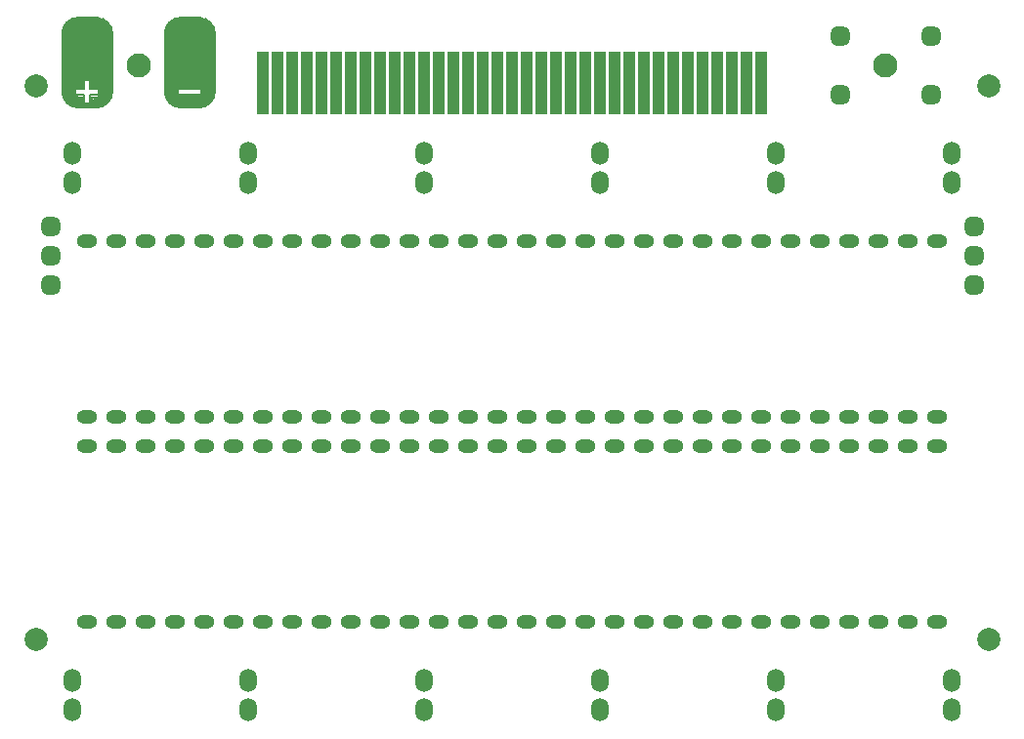
<source format=gbs>
G04 #@! TF.GenerationSoftware,KiCad,Pcbnew,7.0.7*
G04 #@! TF.CreationDate,2024-02-09T16:10:55-08:00*
G04 #@! TF.ProjectId,JumperLuxRev2Breadboard,4a756d70-6572-44c7-9578-526576324272,rev?*
G04 #@! TF.SameCoordinates,Original*
G04 #@! TF.FileFunction,Soldermask,Bot*
G04 #@! TF.FilePolarity,Negative*
%FSLAX46Y46*%
G04 Gerber Fmt 4.6, Leading zero omitted, Abs format (unit mm)*
G04 Created by KiCad (PCBNEW 7.0.7) date 2024-02-09 16:10:55*
%MOMM*%
%LPD*%
G01*
G04 APERTURE LIST*
G04 Aperture macros list*
%AMRoundRect*
0 Rectangle with rounded corners*
0 $1 Rounding radius*
0 $2 $3 $4 $5 $6 $7 $8 $9 X,Y pos of 4 corners*
0 Add a 4 corners polygon primitive as box body*
4,1,4,$2,$3,$4,$5,$6,$7,$8,$9,$2,$3,0*
0 Add four circle primitives for the rounded corners*
1,1,$1+$1,$2,$3*
1,1,$1+$1,$4,$5*
1,1,$1+$1,$6,$7*
1,1,$1+$1,$8,$9*
0 Add four rect primitives between the rounded corners*
20,1,$1+$1,$2,$3,$4,$5,0*
20,1,$1+$1,$4,$5,$6,$7,0*
20,1,$1+$1,$6,$7,$8,$9,0*
20,1,$1+$1,$8,$9,$2,$3,0*%
G04 Aperture macros list end*
%ADD10C,0.300000*%
%ADD11C,0.200000*%
%ADD12C,0.120000*%
%ADD13C,0.010000*%
%ADD14RoundRect,0.595000X0.255000X-0.255000X0.255000X0.255000X-0.255000X0.255000X-0.255000X-0.255000X0*%
%ADD15C,4.000000*%
%ADD16C,2.000000*%
%ADD17RoundRect,0.595000X-0.255000X-0.255000X0.255000X-0.255000X0.255000X0.255000X-0.255000X0.255000X0*%
%ADD18RoundRect,0.100000X-0.400000X-2.650000X0.400000X-2.650000X0.400000X2.650000X-0.400000X2.650000X0*%
%ADD19C,2.100000*%
%ADD20O,1.800000X1.200000*%
%ADD21O,1.500000X2.000000*%
G04 APERTURE END LIST*
D10*
G04 #@! TO.C,TP24*
X64593587Y-125476000D02*
X64593587Y-130556000D01*
D11*
X65609586Y-130302000D02*
X65609586Y-130810000D01*
D10*
X65863587Y-131826000D02*
X67486414Y-131826000D01*
D11*
X66371586Y-129540000D02*
X66371586Y-130302000D01*
X66371586Y-129540000D02*
X66879586Y-129540000D01*
X66371586Y-130302000D02*
X65711186Y-130302000D01*
X66371586Y-130810000D02*
X65660386Y-130810000D01*
X66371586Y-131572000D02*
X66371586Y-130810000D01*
X66879586Y-129540000D02*
X66879586Y-130302000D01*
X66879586Y-130302000D02*
X67641586Y-130302000D01*
X66879586Y-130810000D02*
X66879586Y-131572000D01*
X66879586Y-131572000D02*
X66371586Y-131572000D01*
D10*
X67486414Y-124206000D02*
X65863587Y-124206000D01*
D11*
X67641586Y-130302000D02*
X67641586Y-130810000D01*
X67641586Y-130810000D02*
X66879586Y-130810000D01*
D10*
X68756414Y-125476000D02*
X68756414Y-130556000D01*
X65863587Y-124206000D02*
G75*
G03*
X64593587Y-125476000I-1J-1269999D01*
G01*
X64593587Y-130556000D02*
G75*
G03*
X65863587Y-131826000I1269999J-1D01*
G01*
X68756416Y-125476000D02*
G75*
G03*
X67486414Y-124206000I-1270000J0D01*
G01*
X67486414Y-131826000D02*
G75*
G03*
X68756414Y-130556000I-2J1270002D01*
G01*
D12*
X66244586Y-130175000D02*
X65609586Y-130175000D01*
X66244586Y-129667000D01*
X66244586Y-130175000D01*
G36*
X66244586Y-130175000D02*
G01*
X65609586Y-130175000D01*
X66244586Y-129667000D01*
X66244586Y-130175000D01*
G37*
X67768586Y-130175000D02*
X67006586Y-130175000D01*
X67006586Y-129667000D01*
X67768586Y-130175000D01*
G36*
X67768586Y-130175000D02*
G01*
X67006586Y-130175000D01*
X67006586Y-129667000D01*
X67768586Y-130175000D01*
G37*
X67006586Y-131318000D02*
X67006586Y-130937000D01*
X67514586Y-130937000D01*
X67006586Y-131318000D01*
G36*
X67006586Y-131318000D02*
G01*
X67006586Y-130937000D01*
X67514586Y-130937000D01*
X67006586Y-131318000D01*
G37*
X65863586Y-130937000D02*
X66244586Y-130937000D01*
X66244586Y-131572000D01*
X65609587Y-130810000D01*
X65863586Y-130937000D01*
G36*
X65863586Y-130937000D02*
G01*
X66244586Y-130937000D01*
X66244586Y-131572000D01*
X65609587Y-130810000D01*
X65863586Y-130937000D01*
G37*
D13*
X66879587Y-124714000D02*
X66117587Y-124714000D01*
X65101587Y-125730000D01*
X65101587Y-127254000D01*
X66117587Y-128270000D01*
X66879587Y-128270000D01*
X66879587Y-129540000D01*
X66371586Y-129540000D01*
X65609587Y-130302000D01*
X65609587Y-130810000D01*
X66498586Y-131699000D01*
X66879587Y-131699000D01*
X66879587Y-131826000D01*
X65863587Y-131826000D01*
X64965561Y-131454026D01*
X64593587Y-130556000D01*
X64593587Y-125476000D01*
X64965561Y-124577974D01*
X65863587Y-124206000D01*
X66879587Y-124206000D01*
X66879587Y-124714000D01*
G36*
X66879587Y-124714000D02*
G01*
X66117587Y-124714000D01*
X65101587Y-125730000D01*
X65101587Y-127254000D01*
X66117587Y-128270000D01*
X66879587Y-128270000D01*
X66879587Y-129540000D01*
X66371586Y-129540000D01*
X65609587Y-130302000D01*
X65609587Y-130810000D01*
X66498586Y-131699000D01*
X66879587Y-131699000D01*
X66879587Y-131826000D01*
X65863587Y-131826000D01*
X64965561Y-131454026D01*
X64593587Y-130556000D01*
X64593587Y-125476000D01*
X64965561Y-124577974D01*
X65863587Y-124206000D01*
X66879587Y-124206000D01*
X66879587Y-124714000D01*
G37*
X68384440Y-124577974D02*
X68756414Y-125476000D01*
X68756414Y-130556000D01*
X68384440Y-131454026D01*
X67486414Y-131826000D01*
X66470414Y-131826000D01*
X66470414Y-131572000D01*
X66724414Y-131572000D01*
X67740414Y-130810000D01*
X67740414Y-130302000D01*
X66724414Y-129540000D01*
X66470414Y-129540000D01*
X66470414Y-128270000D01*
X67232414Y-128270000D01*
X68248414Y-127254000D01*
X68248414Y-125730000D01*
X67232414Y-124714000D01*
X66470414Y-124714000D01*
X66470414Y-124206000D01*
X67486414Y-124206000D01*
X68384440Y-124577974D01*
G36*
X68384440Y-124577974D02*
G01*
X68756414Y-125476000D01*
X68756414Y-130556000D01*
X68384440Y-131454026D01*
X67486414Y-131826000D01*
X66470414Y-131826000D01*
X66470414Y-131572000D01*
X66724414Y-131572000D01*
X67740414Y-130810000D01*
X67740414Y-130302000D01*
X66724414Y-129540000D01*
X66470414Y-129540000D01*
X66470414Y-128270000D01*
X67232414Y-128270000D01*
X68248414Y-127254000D01*
X68248414Y-125730000D01*
X67232414Y-124714000D01*
X66470414Y-124714000D01*
X66470414Y-124206000D01*
X67486414Y-124206000D01*
X68384440Y-124577974D01*
G37*
D10*
G04 #@! TO.C,TP26*
X73483587Y-125476000D02*
X73483587Y-130556000D01*
D11*
X74499586Y-130302000D02*
X74499586Y-130810000D01*
D10*
X74753587Y-131826000D02*
X76376414Y-131826000D01*
D11*
X75261586Y-129540000D02*
X75261586Y-130302000D01*
X75261586Y-130302000D02*
X75769586Y-130302000D01*
X75261586Y-131572000D02*
X75261586Y-130810000D01*
X75363186Y-130302000D02*
X74601186Y-130302000D01*
X75515587Y-130810000D02*
X74550386Y-130810000D01*
X75769586Y-129540000D02*
X75769586Y-130302000D01*
X75769586Y-130302000D02*
X76531586Y-130302000D01*
X75769586Y-130810000D02*
X75261586Y-130810000D01*
X75769586Y-130810000D02*
X75769586Y-131572000D01*
D10*
X76376414Y-124206000D02*
X74753587Y-124206000D01*
D11*
X76531586Y-130302000D02*
X76531586Y-130810000D01*
X76531586Y-130810000D02*
X75769586Y-130810000D01*
D10*
X77646414Y-125476000D02*
X77646414Y-130556000D01*
X74753587Y-124206000D02*
G75*
G03*
X73483587Y-125476000I-1J-1269999D01*
G01*
X73483587Y-130556000D02*
G75*
G03*
X74753587Y-131826000I1269999J-1D01*
G01*
X77646416Y-125476000D02*
G75*
G03*
X76376414Y-124206000I-1270000J0D01*
G01*
X76376414Y-131826000D02*
G75*
G03*
X77646414Y-130556000I-2J1270002D01*
G01*
D13*
X75769587Y-124714000D02*
X75007587Y-124714000D01*
X73991587Y-125730000D01*
X73991587Y-127254000D01*
X75007587Y-128270000D01*
X75769587Y-128270000D01*
X75769587Y-130302000D01*
X75515587Y-130302000D01*
X74499587Y-130302000D01*
X74499587Y-130810000D01*
X75515587Y-130810000D01*
X75769587Y-130810000D01*
X75769587Y-131826000D01*
X74753587Y-131826000D01*
X73855561Y-131454026D01*
X73483587Y-130556000D01*
X73483587Y-125476000D01*
X73855561Y-124577974D01*
X74753587Y-124206000D01*
X75769587Y-124206000D01*
X75769587Y-124714000D01*
G36*
X75769587Y-124714000D02*
G01*
X75007587Y-124714000D01*
X73991587Y-125730000D01*
X73991587Y-127254000D01*
X75007587Y-128270000D01*
X75769587Y-128270000D01*
X75769587Y-130302000D01*
X75515587Y-130302000D01*
X74499587Y-130302000D01*
X74499587Y-130810000D01*
X75515587Y-130810000D01*
X75769587Y-130810000D01*
X75769587Y-131826000D01*
X74753587Y-131826000D01*
X73855561Y-131454026D01*
X73483587Y-130556000D01*
X73483587Y-125476000D01*
X73855561Y-124577974D01*
X74753587Y-124206000D01*
X75769587Y-124206000D01*
X75769587Y-124714000D01*
G37*
X77274440Y-124577974D02*
X77646414Y-125476000D01*
X77646414Y-130556000D01*
X77274440Y-131454026D01*
X76376414Y-131826000D01*
X75360414Y-131826000D01*
X75360414Y-130810000D01*
X75614414Y-130810000D01*
X76630414Y-130810000D01*
X76630414Y-130302000D01*
X75614414Y-130302000D01*
X75360414Y-130302000D01*
X75360414Y-128270000D01*
X76122414Y-128270000D01*
X77138414Y-127254000D01*
X77138414Y-125730000D01*
X76122414Y-124714000D01*
X75360414Y-124714000D01*
X75360414Y-124206000D01*
X76376414Y-124206000D01*
X77274440Y-124577974D01*
G36*
X77274440Y-124577974D02*
G01*
X77646414Y-125476000D01*
X77646414Y-130556000D01*
X77274440Y-131454026D01*
X76376414Y-131826000D01*
X75360414Y-131826000D01*
X75360414Y-130810000D01*
X75614414Y-130810000D01*
X76630414Y-130810000D01*
X76630414Y-130302000D01*
X75614414Y-130302000D01*
X75360414Y-130302000D01*
X75360414Y-128270000D01*
X76122414Y-128270000D01*
X77138414Y-127254000D01*
X77138414Y-125730000D01*
X76122414Y-124714000D01*
X75360414Y-124714000D01*
X75360414Y-124206000D01*
X76376414Y-124206000D01*
X77274440Y-124577974D01*
G37*
G04 #@! TD*
D14*
G04 #@! TO.C,TP25*
X131927600Y-125730000D03*
G04 #@! TD*
D15*
G04 #@! TO.C,TP24*
X66625586Y-126492000D03*
G04 #@! TD*
D16*
G04 #@! TO.C,*
X144780000Y-178054000D03*
G04 #@! TD*
D17*
G04 #@! TO.C,TP16*
X63500000Y-144780000D03*
G04 #@! TD*
D16*
G04 #@! TO.C,*
X62230000Y-130048000D03*
G04 #@! TD*
D18*
G04 #@! TO.C,J1*
X85725000Y-129794000D03*
X86995000Y-129794000D03*
X88265000Y-129794000D03*
X89535000Y-129794000D03*
X90805000Y-129794000D03*
X92075000Y-129794000D03*
X93345000Y-129794000D03*
X94615000Y-129794000D03*
X95885000Y-129794000D03*
X97155000Y-129794000D03*
X98425000Y-129794000D03*
X99695000Y-129794000D03*
X100965000Y-129794000D03*
X102235000Y-129794000D03*
X103505000Y-129794000D03*
X104775000Y-129794000D03*
X106045000Y-129794000D03*
X107315000Y-129794000D03*
X108585000Y-129794000D03*
X109855000Y-129794000D03*
X111125000Y-129794000D03*
X112395000Y-129794000D03*
X113665000Y-129794000D03*
X114935000Y-129794000D03*
X116205000Y-129794000D03*
X117475000Y-129794000D03*
X118745000Y-129794000D03*
X120015000Y-129794000D03*
X121285000Y-129794000D03*
X122555000Y-129794000D03*
X123825000Y-129794000D03*
X125095000Y-129794000D03*
X81915000Y-129794000D03*
X83185000Y-129794000D03*
X84455000Y-129794000D03*
G04 #@! TD*
D15*
G04 #@! TO.C,TP26*
X75515586Y-126492000D03*
G04 #@! TD*
D14*
G04 #@! TO.C,TP31*
X139801600Y-130810000D03*
G04 #@! TD*
D17*
G04 #@! TO.C,TP21*
X63500000Y-147320000D03*
G04 #@! TD*
D14*
G04 #@! TO.C,TP27*
X139801600Y-125730000D03*
G04 #@! TD*
D19*
G04 #@! TO.C,REF\u002A\u002A*
X135864600Y-128270000D03*
G04 #@! TD*
D17*
G04 #@! TO.C,TP23*
X143510000Y-142240000D03*
G04 #@! TD*
D16*
G04 #@! TO.C,*
X62230000Y-178054000D03*
G04 #@! TD*
D14*
G04 #@! TO.C,TP29*
X131927600Y-130810000D03*
G04 #@! TD*
D20*
G04 #@! TO.C,J11*
X66675000Y-143510000D03*
X66675000Y-158750000D03*
X69215000Y-143510000D03*
X69215000Y-158750000D03*
X71755000Y-143510000D03*
X71755000Y-158750000D03*
X74295000Y-143510000D03*
X74295000Y-158750000D03*
X76835000Y-143510000D03*
X76835000Y-158750000D03*
X79375000Y-143510000D03*
X79375000Y-158750000D03*
X81915000Y-143510000D03*
X81915000Y-158750000D03*
X84455000Y-143510000D03*
X84455000Y-158750000D03*
X86995000Y-143510000D03*
X86995000Y-158750000D03*
X89535000Y-143510000D03*
X89535000Y-158750000D03*
X92075000Y-143510000D03*
X92075000Y-158750000D03*
X94615000Y-143510000D03*
X94615000Y-158750000D03*
X97155000Y-143510000D03*
X97155000Y-158750000D03*
X99695000Y-143510000D03*
X99695000Y-158750000D03*
X102235000Y-143510000D03*
X102235000Y-158750000D03*
X104775000Y-143510000D03*
X104775000Y-158750000D03*
X107315000Y-143510000D03*
X107315000Y-158750000D03*
X109855000Y-143510000D03*
X109855000Y-158750000D03*
X112395000Y-143510000D03*
X112395000Y-158750000D03*
X114935000Y-143510000D03*
X114935000Y-158750000D03*
X117475000Y-143510000D03*
X117475000Y-158750000D03*
X120015000Y-143510000D03*
X120015000Y-158750000D03*
X122555000Y-143510000D03*
X122555000Y-158750000D03*
X125095000Y-143510000D03*
X125095000Y-158750000D03*
X127635000Y-143510000D03*
X127635000Y-158750000D03*
X130175000Y-143510000D03*
X130175000Y-158750000D03*
X132715000Y-143510000D03*
X132715000Y-158750000D03*
X135255000Y-143510000D03*
X135255000Y-158750000D03*
X137795000Y-143510000D03*
X137795000Y-158750000D03*
X140335000Y-143510000D03*
X140335000Y-158750000D03*
X66675000Y-161290000D03*
X66675000Y-176530000D03*
X69215000Y-161290000D03*
X69215000Y-176530000D03*
X71755000Y-161290000D03*
X71755000Y-176530000D03*
X74295000Y-161290000D03*
X74295000Y-176530000D03*
X76835000Y-161290000D03*
X76835000Y-176530000D03*
X79375000Y-161290000D03*
X79375000Y-176530000D03*
X81915000Y-161290000D03*
X81915000Y-176530000D03*
X84455000Y-161290000D03*
X84455000Y-176530000D03*
X86995000Y-161290000D03*
X86995000Y-176530000D03*
X89535000Y-161290000D03*
X89535000Y-176530000D03*
X92075000Y-161290000D03*
X92075000Y-176530000D03*
X94615000Y-161290000D03*
X94615000Y-176530000D03*
X97155000Y-161290000D03*
X97155000Y-176530000D03*
X99695000Y-161290000D03*
X99695000Y-176530000D03*
X102235000Y-161290000D03*
X102235000Y-176530000D03*
X104775000Y-161290000D03*
X104775000Y-176530000D03*
X107315000Y-161290000D03*
X107315000Y-176530000D03*
X109855000Y-161290000D03*
X109855000Y-176530000D03*
X112395000Y-161290000D03*
X112395000Y-176530000D03*
X114935000Y-161290000D03*
X114935000Y-176530000D03*
X117475000Y-161290000D03*
X117475000Y-176530000D03*
X120015000Y-161290000D03*
X120015000Y-176530000D03*
X122555000Y-161290000D03*
X122555000Y-176530000D03*
X125095000Y-161290000D03*
X125095000Y-176530000D03*
X127635000Y-161290000D03*
X127635000Y-176530000D03*
X130175000Y-161290000D03*
X130175000Y-176530000D03*
X132715000Y-161290000D03*
X132715000Y-176530000D03*
X135255000Y-161290000D03*
X135255000Y-176530000D03*
X137795000Y-161290000D03*
X137795000Y-176530000D03*
X140335000Y-161290000D03*
X140335000Y-176530000D03*
D21*
X65405000Y-135890000D03*
X80645000Y-135890000D03*
X95885000Y-135890000D03*
X111125000Y-135890000D03*
X126365000Y-135890000D03*
X141605000Y-135890000D03*
X65405000Y-138430000D03*
X80645000Y-138430000D03*
X95885000Y-138430000D03*
X111125000Y-138430000D03*
X126365000Y-138430000D03*
X141605000Y-138430000D03*
X65405000Y-181610000D03*
X80645000Y-181610000D03*
X95885000Y-181622700D03*
X111125000Y-181610000D03*
X126365000Y-181610000D03*
X141605000Y-181610000D03*
X65405000Y-184150000D03*
X80645000Y-184150000D03*
X95885000Y-184150000D03*
X111125000Y-184150000D03*
X126365000Y-184150000D03*
X141605000Y-184150000D03*
G04 #@! TD*
D17*
G04 #@! TO.C,TP22*
X143510000Y-147320000D03*
G04 #@! TD*
G04 #@! TO.C,TP15*
X143510000Y-144780000D03*
G04 #@! TD*
D16*
G04 #@! TO.C,*
X144780000Y-130048000D03*
G04 #@! TD*
D19*
G04 #@! TO.C,REF\u002A\u002A*
X71120000Y-128270000D03*
G04 #@! TD*
D17*
G04 #@! TO.C,TP20*
X63500000Y-142240000D03*
G04 #@! TD*
M02*

</source>
